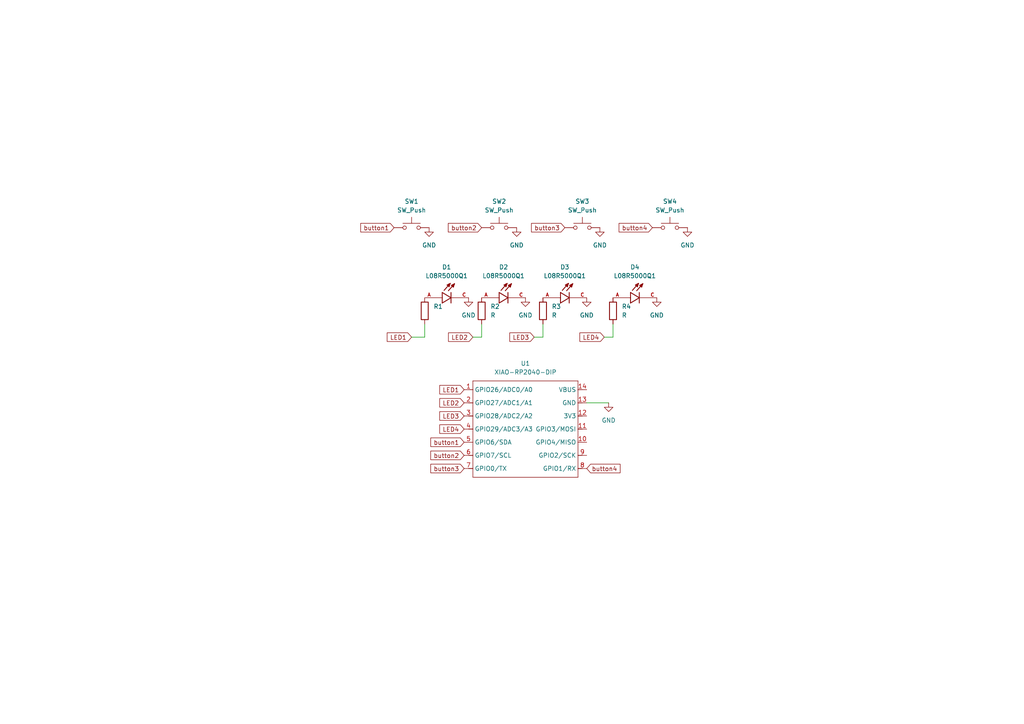
<source format=kicad_sch>
(kicad_sch (version 20250114) (generator "eeschema") (generator_version "9.0")
  (paper "A4")
  (lib_symbols
    (symbol "Device:R" (pin_numbers (hide yes)) (pin_names (offset 0))
      (property "Reference" "R" (at 2.032 0 90))
      (property "Value" "R" (at 0 0 90))
      (symbol "R_0_1"
        (rectangle (start -1.016 -2.54) (end 1.016 2.54) (stroke (width 0.254)))
      )
      (symbol "R_1_1"
        (pin passive line (at 0 3.81 270) (length 1.27) (name "~") (number "1"))
        (pin passive line (at 0 -3.81 90) (length 1.27) (name "~") (number "2"))
      )
    )
    (symbol "L08R5000Q1:L08R5000Q1" (pin_names (offset 1.016))
      (property "Reference" "D" (at -3.0988 4.4958 0))
      (property "Value" "L08R5000Q1" (at -3.556 -3.302 0))
      (symbol "L08R5000Q1_0_0"
        (polyline (pts (xy -2.54 1.524) (xy -2.54 0)) (stroke (width 0.254)))
        (polyline (pts (xy -2.54 0) (xy -5.08 0)) (stroke (width 0.1524)))
        (polyline (pts (xy -2.54 0) (xy -2.54 -1.524)) (stroke (width 0.254)))
        (polyline (pts (xy -2.54 -1.524) (xy 0 0)) (stroke (width 0.254)))
        (polyline (pts (xy -1.1176 3.683) (xy -0.2286 4.1656)) (stroke (width 0.254)))
        (polyline (pts (xy -0.9398 3.6068) (xy -0.7112 3.7592)) (stroke (width 0.254)))
        (polyline (pts (xy -0.5588 3.2004) (xy -1.1176 3.683)) (stroke (width 0.254)))
        (polyline (pts (xy -0.5588 3.2004) (xy -0.5334 3.937)) (stroke (width 0.254)))
        (polyline (pts (xy -0.5334 3.937) (xy -0.6604 3.937)) (stroke (width 0.254)))
        (polyline (pts (xy -0.2286 4.1656) (xy -2.0066 2.1336)) (stroke (width 0.254)))
        (polyline (pts (xy -0.2286 4.1656) (xy -0.5588 3.2004)) (stroke (width 0.254)))
        (polyline (pts (xy 0 1.524) (xy 0 0)) (stroke (width 0.254)))
        (polyline (pts (xy 0 0) (xy -2.54 1.524)) (stroke (width 0.254)))
        (polyline (pts (xy 0 0) (xy 0 -1.524)) (stroke (width 0.254)))
        (polyline (pts (xy 0.127 3.5814) (xy 1.016 4.064)) (stroke (width 0.254)))
        (polyline (pts (xy 0.3048 3.5052) (xy 0.5334 3.6576)) (stroke (width 0.254)))
        (polyline (pts (xy 0.6858 3.0988) (xy 0.127 3.5814)) (stroke (width 0.254)))
        (polyline (pts (xy 0.6858 3.0988) (xy 0.7112 3.8354)) (stroke (width 0.254)))
        (polyline (pts (xy 0.7112 3.8354) (xy 0.5842 3.8354)) (stroke (width 0.254)))
        (polyline (pts (xy 1.016 4.064) (xy -0.762 2.032)) (stroke (width 0.254)))
        (polyline (pts (xy 1.016 4.064) (xy 0.6858 3.0988)) (stroke (width 0.254)))
        (polyline (pts (xy 2.54 0) (xy 0 0)) (stroke (width 0.1524)))
        (pin passive line (at -7.62 0 0) (length 2.54) (name "~") (number "A"))
        (pin passive line (at 5.08 0 180) (length 2.54) (name "~") (number "C"))
      )
    )
    (symbol "Seeed_Studio_XIAO_Series:XIAO-RP2040-DIP"
      (property "Reference" "U" (at 0 0 0))
      (property "Value" "XIAO-RP2040-DIP" (at 5.334 -1.778 0))
      (symbol "XIAO-RP2040-DIP_1_0"
        (polyline (pts (xy -1.27 -2.54) (xy 29.21 -2.54)) (stroke (width 0.1524)))
        (polyline (pts (xy -1.27 -5.08) (xy -2.54 -5.08)) (stroke (width 0.1524)))
        (polyline (pts (xy -1.27 -5.08) (xy -1.27 -2.54)) (stroke (width 0.1524)))
        (polyline (pts (xy -1.27 -8.89) (xy -2.54 -8.89)) (stroke (width 0.1524)))
        (polyline (pts (xy -1.27 -8.89) (xy -1.27 -5.08)) (stroke (width 0.1524)))
        (polyline (pts (xy -1.27 -12.7) (xy -2.54 -12.7)) (stroke (width 0.1524)))
        (polyline (pts (xy -1.27 -12.7) (xy -1.27 -8.89)) (stroke (width 0.1524)))
        (polyline (pts (xy -1.27 -16.51) (xy -2.54 -16.51)) (stroke (width 0.1524)))
        (polyline (pts (xy -1.27 -16.51) (xy -1.27 -12.7)) (stroke (width 0.1524)))
        (polyline (pts (xy -1.27 -20.32) (xy -2.54 -20.32)) (stroke (width 0.1524)))
        (polyline (pts (xy -1.27 -24.13) (xy -2.54 -24.13)) (stroke (width 0.1524)))
        (polyline (pts (xy -1.27 -27.94) (xy -2.54 -27.94)) (stroke (width 0.1524)))
        (polyline (pts (xy -1.27 -30.48) (xy -1.27 -16.51)) (stroke (width 0.1524)))
        (polyline (pts (xy 29.21 -2.54) (xy 29.21 -5.08)) (stroke (width 0.1524)))
        (polyline (pts (xy 29.21 -5.08) (xy 29.21 -8.89)) (stroke (width 0.1524)))
        (polyline (pts (xy 29.21 -8.89) (xy 29.21 -12.7)) (stroke (width 0.1524)))
        (polyline (pts (xy 29.21 -12.7) (xy 29.21 -30.48)) (stroke (width 0.1524)))
        (polyline (pts (xy 29.21 -30.48) (xy -1.27 -30.48)) (stroke (width 0.1524)))
        (polyline (pts (xy 30.48 -5.08) (xy 29.21 -5.08)) (stroke (width 0.1524)))
        (polyline (pts (xy 30.48 -8.89) (xy 29.21 -8.89)) (stroke (width 0.1524)))
        (polyline (pts (xy 30.48 -12.7) (xy 29.21 -12.7)) (stroke (width 0.1524)))
        (polyline (pts (xy 30.48 -16.51) (xy 29.21 -16.51)) (stroke (width 0.1524)))
        (polyline (pts (xy 30.48 -20.32) (xy 29.21 -20.32)) (stroke (width 0.1524)))
        (polyline (pts (xy 30.48 -24.13) (xy 29.21 -24.13)) (stroke (width 0.1524)))
        (polyline (pts (xy 30.48 -27.94) (xy 29.21 -27.94)) (stroke (width 0.1524)))
        (pin passive line (at -3.81 -5.08 0) (length 2.54) (name "GPIO26/ADC0/A0") (number "1"))
        (pin passive line (at -3.81 -8.89 0) (length 2.54) (name "GPIO27/ADC1/A1") (number "2"))
        (pin passive line (at -3.81 -12.7 0) (length 2.54) (name "GPIO28/ADC2/A2") (number "3"))
        (pin passive line (at -3.81 -16.51 0) (length 2.54) (name "GPIO29/ADC3/A3") (number "4"))
        (pin passive line (at -3.81 -20.32 0) (length 2.54) (name "GPIO6/SDA") (number "5"))
        (pin passive line (at -3.81 -24.13 0) (length 2.54) (name "GPIO7/SCL") (number "6"))
        (pin passive line (at -3.81 -27.94 0) (length 2.54) (name "GPIO0/TX") (number "7"))
        (pin passive line (at 31.75 -5.08 180) (length 2.54) (name "VBUS") (number "14"))
        (pin passive line (at 31.75 -8.89 180) (length 2.54) (name "GND") (number "13"))
        (pin passive line (at 31.75 -12.7 180) (length 2.54) (name "3V3") (number "12"))
        (pin passive line (at 31.75 -16.51 180) (length 2.54) (name "GPIO3/MOSI") (number "11"))
        (pin passive line (at 31.75 -20.32 180) (length 2.54) (name "GPIO4/MISO") (number "10"))
        (pin passive line (at 31.75 -24.13 180) (length 2.54) (name "GPIO2/SCK") (number "9"))
        (pin passive line (at 31.75 -27.94 180) (length 2.54) (name "GPIO1/RX") (number "8"))
      )
    )
    (symbol "Switch:SW_Push" (pin_numbers (hide yes)) (pin_names (offset 1.016) (hide yes))
      (property "Reference" "SW" (at 1.27 2.54 0))
      (property "Value" "SW_Push" (at 0 -1.524 0))
      (symbol "SW_Push_0_1"
        (circle (center -2.032 0) (radius 0.508))
        (polyline (pts (xy 0 1.27) (xy 0 3.048)))
        (circle (center 2.032 0) (radius 0.508))
        (polyline (pts (xy 2.54 1.27) (xy -2.54 1.27)))
        (pin passive line (at -5.08 0 0) (length 2.54) (name "1") (number "1"))
        (pin passive line (at 5.08 0 180) (length 2.54) (name "2") (number "2"))
      )
    )
    (symbol "power:GND" (power) (pin_numbers (hide yes)) (pin_names (offset 0) (hide yes))
      (property "Value" "GND" (at 0 -3.81 0))
      (symbol "GND_0_1"
        (polyline (pts (xy 0 0) (xy 0 -1.27) (xy 1.27 -1.27) (xy 0 -2.54) (xy -1.27 -1.27) (xy 0 -1.27)))
      )
      (symbol "GND_1_1"
        (pin power_in line (at 0 0 270) (length 0) (name "~") (number "1"))
      )
    )
  )
  (wire (pts (xy 177.8 93.98) (xy 177.8 97.79)))
  (wire (pts (xy 139.7 93.98) (xy 139.7 97.79)))
  (wire (pts (xy 139.7 97.79) (xy 137.16 97.79)))
  (wire (pts (xy 157.48 97.79) (xy 154.94 97.79)))
  (wire (pts (xy 157.48 93.98) (xy 157.48 97.79)))
  (wire (pts (xy 177.8 97.79) (xy 175.26 97.79)))
  (wire (pts (xy 123.19 93.98) (xy 123.19 97.79)))
  (wire (pts (xy 176.53 116.84) (xy 170.18 116.84)))
  (wire (pts (xy 123.19 97.79) (xy 119.38 97.79)))
  (global_label "button4" (shape input) (at 170.18 135.89 0) (property "Intersheetrefs" "${INTERSHEET_REFS}" (effects (hide yes))))
  (global_label "LED4" (shape input) (at 175.26 97.79 180) (property "Intersheetrefs" "${INTERSHEET_REFS}" (effects (hide yes))))
  (global_label "LED4" (shape input) (at 134.62 124.46 180) (property "Intersheetrefs" "${INTERSHEET_REFS}" (effects (hide yes))))
  (global_label "button1" (shape input) (at 114.3 66.04 180) (property "Intersheetrefs" "${INTERSHEET_REFS}" (effects (hide yes))))
  (global_label "LED2" (shape input) (at 137.16 97.79 180) (property "Intersheetrefs" "${INTERSHEET_REFS}" (effects (hide yes))))
  (global_label "button2" (shape input) (at 134.62 132.08 180) (property "Intersheetrefs" "${INTERSHEET_REFS}" (effects (hide yes))))
  (global_label "LED2" (shape input) (at 134.62 116.84 180) (property "Intersheetrefs" "${INTERSHEET_REFS}" (effects (hide yes))))
  (global_label "LED3" (shape input) (at 154.94 97.79 180) (property "Intersheetrefs" "${INTERSHEET_REFS}" (effects (hide yes))))
  (global_label "LED1" (shape input) (at 134.62 113.03 180) (property "Intersheetrefs" "${INTERSHEET_REFS}" (effects (hide yes))))
  (global_label "button2" (shape input) (at 139.7 66.04 180) (property "Intersheetrefs" "${INTERSHEET_REFS}" (effects (hide yes))))
  (global_label "button3" (shape input) (at 134.62 135.89 180) (property "Intersheetrefs" "${INTERSHEET_REFS}" (effects (hide yes))))
  (global_label "LED3" (shape input) (at 134.62 120.65 180) (property "Intersheetrefs" "${INTERSHEET_REFS}" (effects (hide yes))))
  (global_label "button4" (shape input) (at 189.23 66.04 180) (property "Intersheetrefs" "${INTERSHEET_REFS}" (effects (hide yes))))
  (global_label "button3" (shape input) (at 163.83 66.04 180) (property "Intersheetrefs" "${INTERSHEET_REFS}" (effects (hide yes))))
  (global_label "LED1" (shape input) (at 119.38 97.79 180) (property "Intersheetrefs" "${INTERSHEET_REFS}" (effects (hide yes))))
  (global_label "button1" (shape input) (at 134.62 128.27 180) (property "Intersheetrefs" "${INTERSHEET_REFS}" (effects (hide yes))))
  (symbol (lib_id "L08R5000Q1:L08R5000Q1") (at 130.81 86.36 0) (unit 1)
    (property "Reference" "D1" (at 129.54 77.47 0))
    (property "Value" "L08R5000Q1" (at 129.54 80.01 0))
    (property "Footprint" "lib:LEDRD254W57D500H1070 (1)" (effects (hide yes)))
    (property "MF" "LED Technology" (effects (hide yes)))
    (property "MAXIMUM_PACKAGE_HEIGHT" "10.7mm" (effects (hide yes)))
    (property "Package" "None" (effects (hide yes)))
    (property "Price" "None" (effects (hide yes)))
    (property "Check_prices" "https://www.snapeda.com/parts/L08R5000Q1/LED+Technology/view-part/?ref=eda" (effects (hide yes)))
    (property "STANDARD" "IPC-7351B" (effects (hide yes)))
    (property "PARTREV" "NA" (effects (hide yes)))
    (property "SnapEDA_Link" "https://www.snapeda.com/parts/L08R5000Q1/LED+Technology/view-part/?ref=snap" (effects (hide yes)))
    (property "MP" "L08R5000Q1" (effects (hide yes)))
    (property "Description_1" "LED, 5MM, ORANGE; LED / Lamp Size: 5mm / T-1 3/4; LED Colour: Orange; Typ Luminous Intensity: 4.3mcd; Viewing Angle: ..." (effects (hide yes)))
    (property "Availability" "Not in stock" (effects (hide yes)))
    (property "MANUFACTURER" "LED TECHNOLOGY" (effects (hide yes)))
  )
  (symbol (lib_id "power:GND") (at 173.99 66.04 0) (unit 1)
    (property "Reference" "#PWR06" (effects (hide yes)))
    (property "Value" "GND" (at 173.99 71.12 0))
    (property "Description" "Power symbol creates a global label with name \"GND\" , ground" (effects (hide yes)))
  )
  (symbol (lib_id "L08R5000Q1:L08R5000Q1") (at 165.1 86.36 0) (unit 1)
    (property "Reference" "D3" (at 163.83 77.47 0))
    (property "Value" "L08R5000Q1" (at 163.83 80.01 0))
    (property "Footprint" "lib:LEDRD254W57D500H1070 (1)" (effects (hide yes)))
    (property "MF" "LED Technology" (effects (hide yes)))
    (property "MAXIMUM_PACKAGE_HEIGHT" "10.7mm" (effects (hide yes)))
    (property "Package" "None" (effects (hide yes)))
    (property "Price" "None" (effects (hide yes)))
    (property "Check_prices" "https://www.snapeda.com/parts/L08R5000Q1/LED+Technology/view-part/?ref=eda" (effects (hide yes)))
    (property "STANDARD" "IPC-7351B" (effects (hide yes)))
    (property "PARTREV" "NA" (effects (hide yes)))
    (property "SnapEDA_Link" "https://www.snapeda.com/parts/L08R5000Q1/LED+Technology/view-part/?ref=snap" (effects (hide yes)))
    (property "MP" "L08R5000Q1" (effects (hide yes)))
    (property "Description_1" "LED, 5MM, ORANGE; LED / Lamp Size: 5mm / T-1 3/4; LED Colour: Orange; Typ Luminous Intensity: 4.3mcd; Viewing Angle: ..." (effects (hide yes)))
    (property "Availability" "Not in stock" (effects (hide yes)))
    (property "MANUFACTURER" "LED TECHNOLOGY" (effects (hide yes)))
  )
  (symbol (lib_id "L08R5000Q1:L08R5000Q1") (at 147.32 86.36 0) (unit 1)
    (property "Reference" "D2" (at 146.05 77.47 0))
    (property "Value" "L08R5000Q1" (at 146.05 80.01 0))
    (property "Footprint" "lib:LEDRD254W57D500H1070 (1)" (effects (hide yes)))
    (property "MF" "LED Technology" (effects (hide yes)))
    (property "MAXIMUM_PACKAGE_HEIGHT" "10.7mm" (effects (hide yes)))
    (property "Package" "None" (effects (hide yes)))
    (property "Price" "None" (effects (hide yes)))
    (property "Check_prices" "https://www.snapeda.com/parts/L08R5000Q1/LED+Technology/view-part/?ref=eda" (effects (hide yes)))
    (property "STANDARD" "IPC-7351B" (effects (hide yes)))
    (property "PARTREV" "NA" (effects (hide yes)))
    (property "SnapEDA_Link" "https://www.snapeda.com/parts/L08R5000Q1/LED+Technology/view-part/?ref=snap" (effects (hide yes)))
    (property "MP" "L08R5000Q1" (effects (hide yes)))
    (property "Description_1" "LED, 5MM, ORANGE; LED / Lamp Size: 5mm / T-1 3/4; LED Colour: Orange; Typ Luminous Intensity: 4.3mcd; Viewing Angle: ..." (effects (hide yes)))
    (property "Availability" "Not in stock" (effects (hide yes)))
    (property "MANUFACTURER" "LED TECHNOLOGY" (effects (hide yes)))
  )
  (symbol (lib_id "L08R5000Q1:L08R5000Q1") (at 185.42 86.36 0) (unit 1)
    (property "Reference" "D4" (at 184.15 77.47 0))
    (property "Value" "L08R5000Q1" (at 184.15 80.01 0))
    (property "Footprint" "lib:LEDRD254W57D500H1070 (1)" (effects (hide yes)))
    (property "MF" "LED Technology" (effects (hide yes)))
    (property "MAXIMUM_PACKAGE_HEIGHT" "10.7mm" (effects (hide yes)))
    (property "Package" "None" (effects (hide yes)))
    (property "Price" "None" (effects (hide yes)))
    (property "Check_prices" "https://www.snapeda.com/parts/L08R5000Q1/LED+Technology/view-part/?ref=eda" (effects (hide yes)))
    (property "STANDARD" "IPC-7351B" (effects (hide yes)))
    (property "PARTREV" "NA" (effects (hide yes)))
    (property "SnapEDA_Link" "https://www.snapeda.com/parts/L08R5000Q1/LED+Technology/view-part/?ref=snap" (effects (hide yes)))
    (property "MP" "L08R5000Q1" (effects (hide yes)))
    (property "Description_1" "LED, 5MM, ORANGE; LED / Lamp Size: 5mm / T-1 3/4; LED Colour: Orange; Typ Luminous Intensity: 4.3mcd; Viewing Angle: ..." (effects (hide yes)))
    (property "Availability" "Not in stock" (effects (hide yes)))
    (property "MANUFACTURER" "LED TECHNOLOGY" (effects (hide yes)))
  )
  (symbol (lib_id "Seeed_Studio_XIAO_Series:XIAO-RP2040-DIP") (at 138.43 107.95 0) (unit 1)
    (property "Reference" "U1" (at 152.4 105.41 0))
    (property "Value" "XIAO-RP2040-DIP" (at 152.4 107.95 0))
    (property "Footprint" "lib:XIAO-RP2040-DIP" (effects (hide yes)))
  )
  (symbol (lib_id "power:GND") (at 176.53 116.84 0) (unit 1)
    (property "Reference" "#PWR09" (effects (hide yes)))
    (property "Value" "GND" (at 176.53 121.92 0))
    (property "Description" "Power symbol creates a global label with name \"GND\" , ground" (effects (hide yes)))
  )
  (symbol (lib_id "power:GND") (at 149.86 66.04 0) (unit 1)
    (property "Reference" "#PWR07" (effects (hide yes)))
    (property "Value" "GND" (at 149.86 71.12 0))
    (property "Description" "Power symbol creates a global label with name \"GND\" , ground" (effects (hide yes)))
  )
  (symbol (lib_id "Switch:SW_Push") (at 119.38 66.04 0) (unit 1)
    (property "Reference" "SW1" (at 119.38 58.42 0))
    (property "Value" "SW_Push" (at 119.38 60.96 0))
    (property "Footprint" "Button_Switch_Keyboard:SW_Cherry_MX_1.00u_PCB" (effects (hide yes)))
    (property "Description" "Push button switch, generic, two pins" (effects (hide yes)))
  )
  (symbol (lib_id "Switch:SW_Push") (at 144.78 66.04 0) (unit 1)
    (property "Reference" "SW2" (at 144.78 58.42 0))
    (property "Value" "SW_Push" (at 144.78 60.96 0))
    (property "Footprint" "Button_Switch_Keyboard:SW_Cherry_MX_1.00u_PCB" (effects (hide yes)))
    (property "Description" "Push button switch, generic, two pins" (effects (hide yes)))
  )
  (symbol (lib_id "power:GND") (at 152.4 86.36 0) (unit 1)
    (property "Reference" "#PWR02" (effects (hide yes)))
    (property "Value" "GND" (at 152.4 91.44 0))
    (property "Description" "Power symbol creates a global label with name \"GND\" , ground" (effects (hide yes)))
  )
  (symbol (lib_id "Device:R") (at 123.19 90.17 0) (unit 1)
    (property "Reference" "R1" (at 125.73 88.8999 0) (effects (justify left)))
    (property "Value" "R" (effects (hide yes)))
    (property "Footprint" "Resistor_THT:R_Axial_DIN0204_L3.6mm_D1.6mm_P5.08mm_Horizontal" (effects (hide yes)))
    (property "Description" "Resistor" (effects (hide yes)))
  )
  (symbol (lib_id "power:GND") (at 199.39 66.04 0) (unit 1)
    (property "Reference" "#PWR05" (effects (hide yes)))
    (property "Value" "GND" (at 199.39 71.12 0))
    (property "Description" "Power symbol creates a global label with name \"GND\" , ground" (effects (hide yes)))
  )
  (symbol (lib_id "power:GND") (at 135.89 86.36 0) (unit 1)
    (property "Reference" "#PWR01" (effects (hide yes)))
    (property "Value" "GND" (at 135.89 91.44 0))
    (property "Description" "Power symbol creates a global label with name \"GND\" , ground" (effects (hide yes)))
  )
  (symbol (lib_id "power:GND") (at 170.18 86.36 0) (unit 1)
    (property "Reference" "#PWR03" (effects (hide yes)))
    (property "Value" "GND" (at 170.18 91.44 0))
    (property "Description" "Power symbol creates a global label with name \"GND\" , ground" (effects (hide yes)))
  )
  (symbol (lib_id "Device:R") (at 177.8 90.17 0) (unit 1)
    (property "Reference" "R4" (at 180.34 88.8999 0) (effects (justify left)))
    (property "Value" "R" (at 180.34 91.4399 0) (effects (justify left)))
    (property "Footprint" "Resistor_THT:R_Axial_DIN0204_L3.6mm_D1.6mm_P5.08mm_Horizontal" (effects (hide yes)))
    (property "Description" "Resistor" (effects (hide yes)))
  )
  (symbol (lib_id "Switch:SW_Push") (at 168.91 66.04 0) (unit 1)
    (property "Reference" "SW3" (at 168.91 58.42 0))
    (property "Value" "SW_Push" (at 168.91 60.96 0))
    (property "Footprint" "Button_Switch_Keyboard:SW_Cherry_MX_1.00u_PCB" (effects (hide yes)))
    (property "Description" "Push button switch, generic, two pins" (effects (hide yes)))
  )
  (symbol (lib_id "Device:R") (at 139.7 90.17 0) (unit 1)
    (property "Reference" "R2" (at 142.24 88.8999 0) (effects (justify left)))
    (property "Value" "R" (at 142.24 91.4399 0) (effects (justify left)))
    (property "Footprint" "Resistor_THT:R_Axial_DIN0204_L3.6mm_D1.6mm_P5.08mm_Horizontal" (effects (hide yes)))
    (property "Description" "Resistor" (effects (hide yes)))
  )
  (symbol (lib_id "power:GND") (at 124.46 66.04 0) (unit 1)
    (property "Reference" "#PWR08" (effects (hide yes)))
    (property "Value" "GND" (at 124.46 71.12 0))
    (property "Description" "Power symbol creates a global label with name \"GND\" , ground" (effects (hide yes)))
  )
  (symbol (lib_id "power:GND") (at 190.5 86.36 0) (unit 1)
    (property "Reference" "#PWR04" (effects (hide yes)))
    (property "Value" "GND" (at 190.5 91.44 0))
    (property "Description" "Power symbol creates a global label with name \"GND\" , ground" (effects (hide yes)))
  )
  (symbol (lib_id "Device:R") (at 157.48 90.17 0) (unit 1)
    (property "Reference" "R3" (at 160.02 88.8999 0) (effects (justify left)))
    (property "Value" "R" (at 160.02 91.4399 0) (effects (justify left)))
    (property "Footprint" "Resistor_THT:R_Axial_DIN0204_L3.6mm_D1.6mm_P5.08mm_Horizontal" (effects (hide yes)))
    (property "Description" "Resistor" (effects (hide yes)))
  )
  (symbol (lib_id "Switch:SW_Push") (at 194.31 66.04 0) (unit 1)
    (property "Reference" "SW4" (at 194.31 58.42 0))
    (property "Value" "SW_Push" (at 194.31 60.96 0))
    (property "Footprint" "Button_Switch_Keyboard:SW_Cherry_MX_1.00u_PCB" (effects (hide yes)))
    (property "Description" "Push button switch, generic, two pins" (effects (hide yes)))
  )
)
</source>
